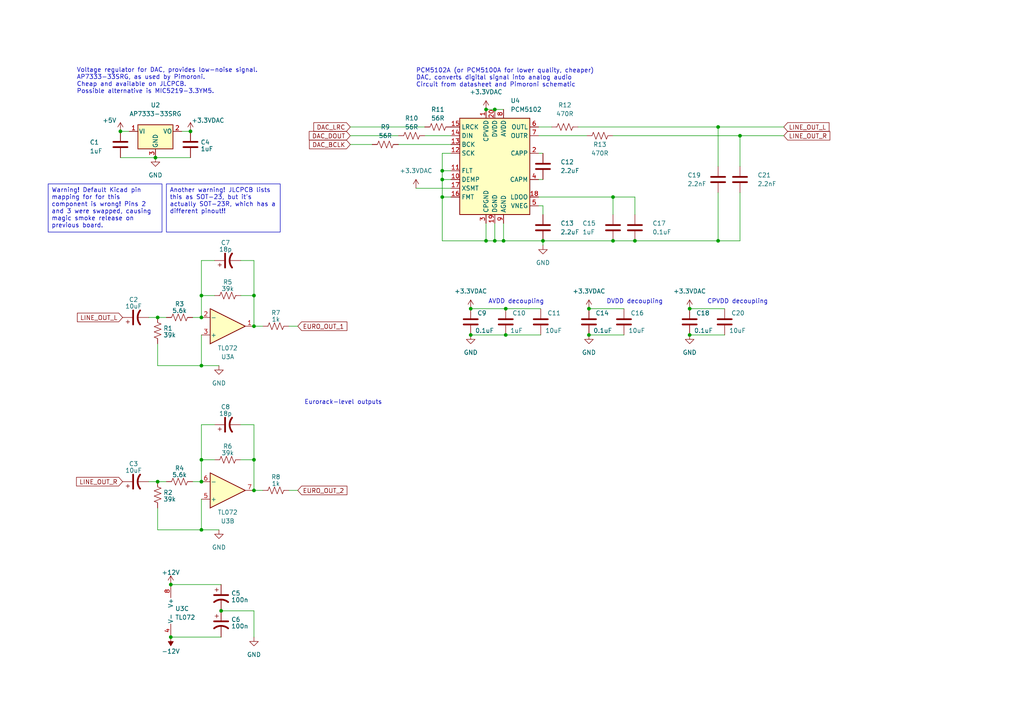
<source format=kicad_sch>
(kicad_sch (version 20230121) (generator eeschema)
  (paper "A4")
  (lib_symbols
    (symbol "Amplifier_Operational:TL072" (pin_names (offset 0.127))
      (property "Reference" "U" (at 0 5.08 0))
      (property "Value" "TL072" (at 0 -5.08 0))
      (symbol "TL072_1_1"
        (polyline (pts (xy -5.08 5.08) (xy 5.08 0) (xy -5.08 -5.08) (xy -5.08 5.08)) (stroke (width 0.254)) (fill (type background)))
        (pin output line (at 7.62 0 180) (length 2.54) (name "~") (number "1"))
        (pin input line (at -7.62 -2.54 0) (length 2.54) (name "-") (number "2"))
        (pin input line (at -7.62 2.54 0) (length 2.54) (name "+") (number "3"))
      )
      (symbol "TL072_2_1"
        (polyline (pts (xy -5.08 5.08) (xy 5.08 0) (xy -5.08 -5.08) (xy -5.08 5.08)) (stroke (width 0.254)) (fill (type background)))
        (pin input line (at -7.62 2.54 0) (length 2.54) (name "+") (number "5"))
        (pin input line (at -7.62 -2.54 0) (length 2.54) (name "-") (number "6"))
        (pin output line (at 7.62 0 180) (length 2.54) (name "~") (number "7"))
      )
      (symbol "TL072_3_1"
        (pin power_in line (at -2.54 -7.62 90) (length 3.81) (name "V-") (number "4"))
        (pin power_in line (at -2.54 7.62 270) (length 3.81) (name "V+") (number "8"))
      )
    )
    (symbol "Audio:PCM5102"
      (property "Reference" "U" (at -10.16 13.97 0))
      (property "Value" "PCM5102" (at 3.81 13.97 0))
      (symbol "PCM5102_0_1"
        (rectangle (start -10.16 12.7) (end 10.16 -15.24) (stroke (width 0.254)) (fill (type background)))
      )
      (symbol "PCM5102_1_1"
        (pin passive line (at -2.54 15.24 270) (length 2.54) (name "CPVDD") (number "1"))
        (pin input line (at -12.7 -5.08 0) (length 2.54) (name "DEMP") (number "10"))
        (pin input line (at -12.7 -2.54 0) (length 2.54) (name "FLT") (number "11"))
        (pin input line (at -12.7 2.54 0) (length 2.54) (name "SCK") (number "12"))
        (pin input line (at -12.7 5.08 0) (length 2.54) (name "BCK") (number "13"))
        (pin input line (at -12.7 7.62 0) (length 2.54) (name "DIN") (number "14"))
        (pin input line (at -12.7 10.16 0) (length 2.54) (name "LRCK") (number "15"))
        (pin input line (at -12.7 -10.16 0) (length 2.54) (name "FMT") (number "16"))
        (pin input line (at -12.7 -7.62 0) (length 2.54) (name "XSMT") (number "17"))
        (pin passive line (at 12.7 -10.16 180) (length 2.54) (name "LDOO") (number "18"))
        (pin power_in line (at 0 -17.78 90) (length 2.54) (name "DGND") (number "19"))
        (pin passive line (at 12.7 2.54 180) (length 2.54) (name "CAPP") (number "2"))
        (pin power_in line (at 0 15.24 270) (length 2.54) (name "DVDD") (number "20"))
        (pin power_in line (at -2.54 -17.78 90) (length 2.54) (name "CPGND") (number "3"))
        (pin passive line (at 12.7 -5.08 180) (length 2.54) (name "CAPM") (number "4"))
        (pin passive line (at 12.7 -12.7 180) (length 2.54) (name "VNEG") (number "5"))
        (pin output line (at 12.7 10.16 180) (length 2.54) (name "OUTL") (number "6"))
        (pin output line (at 12.7 7.62 180) (length 2.54) (name "OUTR") (number "7"))
        (pin power_in line (at 2.54 15.24 270) (length 2.54) (name "AVDD") (number "8"))
        (pin power_in line (at 2.54 -17.78 90) (length 2.54) (name "AGND") (number "9"))
      )
    )
    (symbol "Device:C" (pin_numbers hide) (pin_names (offset 0.254))
      (property "Reference" "C" (at 0.635 2.54 0))
      (property "Value" "C" (at 0.635 -2.54 0))
      (symbol "C_0_1"
        (polyline (pts (xy -2.032 -0.762) (xy 2.032 -0.762)) (stroke (width 0.508)))
        (polyline (pts (xy -2.032 0.762) (xy 2.032 0.762)) (stroke (width 0.508)))
      )
      (symbol "C_1_1"
        (pin passive line (at 0 3.81 270) (length 2.794) (name "~") (number "1"))
        (pin passive line (at 0 -3.81 90) (length 2.794) (name "~") (number "2"))
      )
    )
    (symbol "Device:C_Polarized_US" (pin_numbers hide) (pin_names (offset 0.254) hide)
      (property "Reference" "C" (at 0.635 2.54 0))
      (property "Value" "C_Polarized_US" (at 0.635 -2.54 0))
      (symbol "C_Polarized_US_0_1"
        (polyline (pts (xy -2.032 0.762) (xy 2.032 0.762)) (stroke (width 0.508)))
        (polyline (pts (xy -1.778 2.286) (xy -0.762 2.286)))
        (polyline (pts (xy -1.27 1.778) (xy -1.27 2.794)))
        (arc (start 2.032 -1.27) (mid 0 -0.5572) (end -2.032 -1.27) (stroke (width 0.508)))
      )
      (symbol "C_Polarized_US_1_1"
        (pin passive line (at 0 3.81 270) (length 2.794) (name "~") (number "1"))
        (pin passive line (at 0 -3.81 90) (length 3.302) (name "~") (number "2"))
      )
    )
    (symbol "Device:R_US" (pin_numbers hide) (pin_names (offset 0))
      (property "Reference" "R" (at 2.54 0 90))
      (property "Value" "R_US" (at -2.54 0 90))
      (symbol "R_US_0_1"
        (polyline (pts (xy 0 -2.286) (xy 0 -2.54)))
        (polyline (pts (xy 0 2.286) (xy 0 2.54)))
        (polyline (pts (xy 0 -0.762) (xy 1.016 -1.143) (xy 0 -1.524) (xy -1.016 -1.905) (xy 0 -2.286)))
        (polyline (pts (xy 0 0.762) (xy 1.016 0.381) (xy 0 0) (xy -1.016 -0.381) (xy 0 -0.762)))
        (polyline (pts (xy 0 2.286) (xy 1.016 1.905) (xy 0 1.524) (xy -1.016 1.143) (xy 0 0.762)))
      )
      (symbol "R_US_1_1"
        (pin passive line (at 0 3.81 270) (length 1.27) (name "~") (number "1"))
        (pin passive line (at 0 -3.81 90) (length 1.27) (name "~") (number "2"))
      )
    )
    (symbol "Regulator_Linear:SPX2920M3-3.3_SOT223" (pin_names (offset 0.254))
      (property "Reference" "U4" (at 0 7.62 0))
      (property "Value" "AP7333-33SRG" (at 0 5.08 0))
      (symbol "SPX2920M3-3.3_SOT223_0_1"
        (rectangle (start -5.08 -5.08) (end 5.08 1.905) (stroke (width 0.254)) (fill (type background)))
      )
      (symbol "SPX2920M3-3.3_SOT223_1_1"
        (pin power_in line (at -7.62 0 0) (length 2.54) (name "VI") (number "1"))
        (pin power_out line (at 7.62 0 180) (length 2.54) (name "VO") (number "2"))
        (pin power_in line (at 0 -7.62 90) (length 2.54) (name "GND") (number "3"))
      )
    )
    (symbol "power:+12V" (power) (pin_names (offset 0))
      (property "Value" "+12V" (at 0 3.556 0))
      (symbol "+12V_0_1"
        (polyline (pts (xy -0.762 1.27) (xy 0 2.54)))
        (polyline (pts (xy 0 0) (xy 0 2.54)))
        (polyline (pts (xy 0 2.54) (xy 0.762 1.27)))
      )
      (symbol "+12V_1_1"
        (pin power_in line (at 0 0 90) (length 0) hide (name "+12V") (number "1"))
      )
    )
    (symbol "power:+3.3VDAC" (power) (pin_names (offset 0))
      (property "Value" "+3.3VDAC" (at 0 2.54 0))
      (symbol "+3.3VDAC_0_0"
        (pin power_in line (at 0 0 90) (length 0) hide (name "+3.3VDAC") (number "1"))
      )
      (symbol "+3.3VDAC_0_1"
        (polyline (pts (xy -0.762 1.27) (xy 0 2.54)))
        (polyline (pts (xy 0 0) (xy 0 2.54)))
        (polyline (pts (xy 0 2.54) (xy 0.762 1.27)))
      )
    )
    (symbol "power:+5V" (power) (pin_names (offset 0))
      (property "Value" "+5V" (at 0 3.556 0))
      (symbol "+5V_0_1"
        (polyline (pts (xy -0.762 1.27) (xy 0 2.54)))
        (polyline (pts (xy 0 0) (xy 0 2.54)))
        (polyline (pts (xy 0 2.54) (xy 0.762 1.27)))
      )
      (symbol "+5V_1_1"
        (pin power_in line (at 0 0 90) (length 0) hide (name "+5V") (number "1"))
      )
    )
    (symbol "power:-12V" (power) (pin_names (offset 0))
      (property "Value" "-12V" (at 0 3.81 0))
      (symbol "-12V_0_0"
        (pin power_in line (at 0 0 90) (length 0) hide (name "-12V") (number "1"))
      )
      (symbol "-12V_0_1"
        (polyline (pts (xy 0 0) (xy 0 1.27) (xy 0.762 1.27) (xy 0 2.54) (xy -0.762 1.27) (xy 0 1.27)) (fill (type outline)))
      )
    )
    (symbol "power:GND" (power) (pin_names (offset 0))
      (property "Value" "GND" (at 0 -3.81 0))
      (symbol "GND_0_1"
        (polyline (pts (xy 0 0) (xy 0 -1.27) (xy 1.27 -1.27) (xy 0 -2.54) (xy -1.27 -1.27) (xy 0 -1.27)))
      )
      (symbol "GND_1_1"
        (pin power_in line (at 0 0 270) (length 0) hide (name "GND") (number "1"))
      )
    )
  )
  (junction (at 146.685 89.535))
  (junction (at 208.28 69.85))
  (junction (at 140.97 31.75))
  (junction (at 208.28 36.83))
  (junction (at 34.925 38.1))
  (junction (at 136.525 97.155))
  (junction (at 73.66 142.24))
  (junction (at 200.025 89.535))
  (junction (at 136.525 89.535))
  (junction (at 73.66 85.725))
  (junction (at 128.27 49.53))
  (junction (at 128.27 52.07))
  (junction (at 170.815 97.155))
  (junction (at 170.815 89.535))
  (junction (at 128.27 57.15))
  (junction (at 177.8 57.15))
  (junction (at 58.42 106.045))
  (junction (at 214.63 39.37))
  (junction (at 140.97 69.85))
  (junction (at 49.53 169.545))
  (junction (at 200.025 97.155))
  (junction (at 184.15 69.85))
  (junction (at 146.05 69.85))
  (junction (at 58.42 133.35))
  (junction (at 58.42 139.7))
  (junction (at 157.48 69.85))
  (junction (at 45.085 45.72))
  (junction (at 73.66 94.615))
  (junction (at 177.8 69.85))
  (junction (at 45.72 139.7))
  (junction (at 58.42 85.725))
  (junction (at 55.245 38.1))
  (junction (at 58.42 92.075))
  (junction (at 143.51 69.85))
  (junction (at 64.135 177.165))
  (junction (at 45.72 92.075))
  (junction (at 49.53 184.785))
  (junction (at 58.42 153.67))
  (junction (at 143.51 31.75))
  (junction (at 73.66 133.35))
  (junction (at 146.685 97.155))
  (wire (pts (xy 177.8 57.15) (xy 184.15 57.15)))
  (wire (pts (xy 200.025 97.155) (xy 210.185 97.155)))
  (wire (pts (xy 58.42 133.35) (xy 58.42 123.19)))
  (wire (pts (xy 69.85 123.19) (xy 73.66 123.19)))
  (wire (pts (xy 58.42 97.155) (xy 58.42 106.045)))
  (wire (pts (xy 115.57 41.91) (xy 130.81 41.91)))
  (wire (pts (xy 45.72 153.67) (xy 58.42 153.67)))
  (wire (pts (xy 58.42 92.075) (xy 58.42 85.725)))
  (wire (pts (xy 73.66 142.24) (xy 76.2 142.24)))
  (wire (pts (xy 143.51 69.85) (xy 146.05 69.85)))
  (wire (pts (xy 170.815 97.155) (xy 180.975 97.155)))
  (wire (pts (xy 128.27 49.53) (xy 128.27 52.07)))
  (wire (pts (xy 73.66 94.615) (xy 76.2 94.615)))
  (wire (pts (xy 136.525 97.155) (xy 146.685 97.155)))
  (wire (pts (xy 200.025 89.535) (xy 210.185 89.535)))
  (wire (pts (xy 58.42 133.35) (xy 62.23 133.35)))
  (wire (pts (xy 214.63 39.37) (xy 227.33 39.37)))
  (wire (pts (xy 101.6 39.37) (xy 115.57 39.37)))
  (wire (pts (xy 157.48 69.85) (xy 157.48 71.12)))
  (wire (pts (xy 208.28 69.85) (xy 214.63 69.85)))
  (wire (pts (xy 156.21 36.83) (xy 160.02 36.83)))
  (wire (pts (xy 73.66 133.35) (xy 73.66 142.24)))
  (wire (pts (xy 34.925 38.1) (xy 37.465 38.1)))
  (wire (pts (xy 184.15 69.85) (xy 208.28 69.85)))
  (wire (pts (xy 146.685 89.535) (xy 156.845 89.535)))
  (wire (pts (xy 128.27 69.85) (xy 140.97 69.85)))
  (wire (pts (xy 69.85 85.725) (xy 73.66 85.725)))
  (wire (pts (xy 58.42 144.78) (xy 58.42 153.67)))
  (wire (pts (xy 73.66 123.19) (xy 73.66 133.35)))
  (wire (pts (xy 45.72 92.075) (xy 48.26 92.075)))
  (wire (pts (xy 49.53 184.785) (xy 64.135 184.785)))
  (wire (pts (xy 45.72 106.045) (xy 58.42 106.045)))
  (wire (pts (xy 83.82 142.24) (xy 86.36 142.24)))
  (wire (pts (xy 156.21 52.07) (xy 157.48 52.07)))
  (wire (pts (xy 58.42 85.725) (xy 62.23 85.725)))
  (wire (pts (xy 58.42 123.19) (xy 62.23 123.19)))
  (wire (pts (xy 58.42 106.045) (xy 63.5 106.045)))
  (wire (pts (xy 73.66 85.725) (xy 73.66 94.615)))
  (wire (pts (xy 69.85 133.35) (xy 73.66 133.35)))
  (wire (pts (xy 73.66 177.165) (xy 73.66 184.785)))
  (wire (pts (xy 177.8 39.37) (xy 214.63 39.37)))
  (wire (pts (xy 167.64 36.83) (xy 208.28 36.83)))
  (wire (pts (xy 128.27 49.53) (xy 130.81 49.53)))
  (wire (pts (xy 128.27 52.07) (xy 128.27 57.15)))
  (wire (pts (xy 73.66 75.565) (xy 73.66 85.725)))
  (wire (pts (xy 143.51 64.77) (xy 143.51 69.85)))
  (wire (pts (xy 64.135 177.165) (xy 73.66 177.165)))
  (wire (pts (xy 34.925 45.72) (xy 45.085 45.72)))
  (wire (pts (xy 101.6 36.83) (xy 123.19 36.83)))
  (wire (pts (xy 49.53 169.545) (xy 64.135 169.545)))
  (wire (pts (xy 208.28 36.83) (xy 227.33 36.83)))
  (wire (pts (xy 45.085 45.72) (xy 55.245 45.72)))
  (wire (pts (xy 128.27 44.45) (xy 128.27 49.53)))
  (wire (pts (xy 170.815 89.535) (xy 180.975 89.535)))
  (wire (pts (xy 184.15 57.15) (xy 184.15 62.23)))
  (wire (pts (xy 140.97 64.77) (xy 140.97 69.85)))
  (wire (pts (xy 43.18 139.7) (xy 45.72 139.7)))
  (wire (pts (xy 143.51 31.75) (xy 146.05 31.75)))
  (wire (pts (xy 146.05 69.85) (xy 157.48 69.85)))
  (wire (pts (xy 156.21 44.45) (xy 157.48 44.45)))
  (wire (pts (xy 128.27 57.15) (xy 130.81 57.15)))
  (wire (pts (xy 208.28 55.88) (xy 208.28 69.85)))
  (wire (pts (xy 156.21 39.37) (xy 170.18 39.37)))
  (wire (pts (xy 120.65 54.61) (xy 130.81 54.61)))
  (wire (pts (xy 83.82 94.615) (xy 86.36 94.615)))
  (wire (pts (xy 140.97 69.85) (xy 143.51 69.85)))
  (wire (pts (xy 157.48 59.69) (xy 157.48 62.23)))
  (wire (pts (xy 128.27 52.07) (xy 130.81 52.07)))
  (wire (pts (xy 55.88 139.7) (xy 58.42 139.7)))
  (wire (pts (xy 156.21 59.69) (xy 157.48 59.69)))
  (wire (pts (xy 55.88 92.075) (xy 58.42 92.075)))
  (wire (pts (xy 156.21 57.15) (xy 177.8 57.15)))
  (wire (pts (xy 136.525 89.535) (xy 146.685 89.535)))
  (wire (pts (xy 208.28 36.83) (xy 208.28 48.26)))
  (wire (pts (xy 58.42 139.7) (xy 58.42 133.35)))
  (wire (pts (xy 130.81 44.45) (xy 128.27 44.45)))
  (wire (pts (xy 58.42 75.565) (xy 62.23 75.565)))
  (wire (pts (xy 128.27 57.15) (xy 128.27 69.85)))
  (wire (pts (xy 69.85 75.565) (xy 73.66 75.565)))
  (wire (pts (xy 58.42 153.67) (xy 63.5 153.67)))
  (wire (pts (xy 214.63 69.85) (xy 214.63 55.88)))
  (wire (pts (xy 140.97 31.75) (xy 143.51 31.75)))
  (wire (pts (xy 52.705 38.1) (xy 55.245 38.1)))
  (wire (pts (xy 146.685 97.155) (xy 156.845 97.155)))
  (wire (pts (xy 214.63 39.37) (xy 214.63 48.26)))
  (wire (pts (xy 177.8 57.15) (xy 177.8 62.23)))
  (wire (pts (xy 146.05 64.77) (xy 146.05 69.85)))
  (wire (pts (xy 157.48 69.85) (xy 177.8 69.85)))
  (wire (pts (xy 58.42 85.725) (xy 58.42 75.565)))
  (wire (pts (xy 43.18 92.075) (xy 45.72 92.075)))
  (wire (pts (xy 177.8 69.85) (xy 184.15 69.85)))
  (wire (pts (xy 45.72 139.7) (xy 48.26 139.7)))
  (wire (pts (xy 45.72 147.32) (xy 45.72 153.67)))
  (wire (pts (xy 101.6 41.91) (xy 107.95 41.91)))
  (wire (pts (xy 45.72 99.695) (xy 45.72 106.045)))
  (wire (pts (xy 123.19 39.37) (xy 130.81 39.37)))
  (text_box "Another warning! JLCPCB lists this as SOT-23, but it's actually SOT-23R, which has a different pinout!!" (at 48.26 53.34 0) (size 33.02 13.97) (effects (font (size 1.27 1.27)) (justify left top)))
  (text_box "Warning! Default Kicad pin mapping for for this component is wrong! Pins 2 and 3 were swapped, causing magic smoke release on previous board." (at 13.97 53.34 0) (size 33.02 13.97) (effects (font (size 1.27 1.27)) (justify left top)))
  (text "AVDD decoupling" (at 141.605 88.265 0) (effects (font (size 1.27 1.27)) (justify left bottom)))
  (text "PCM5102A (or PCM5100A for lower quality, cheaper)\nDAC, converts digital signal into analog audio\nCircuit from datasheet and Pimoroni schematic" (at 120.65 25.4 0) (effects (font (size 1.27 1.27)) (justify left bottom)))
  (text "CPVDD decoupling" (at 205.105 88.265 0) (effects (font (size 1.27 1.27)) (justify left bottom)))
  (text "Voltage regulator for DAC, provides low-noise signal.\nAP7333-33SRG, as used by Pimoroni.\nCheap and available on JLCPCB.\nPossible alternative is MIC5219-3.3YM5." (at 22.225 27.305 0) (effects (font (size 1.27 1.27)) (justify left bottom)))
  (text "DVDD decoupling" (at 175.895 88.265 0) (effects (font (size 1.27 1.27)) (justify left bottom)))
  (text "Eurorack-level outputs" (at 88.265 117.475 0) (effects (font (size 1.27 1.27)) (justify left bottom)))
  (global_label "LINE_OUT_L" (shape input) (at 227.33 36.83 0) (property "Intersheetrefs" "${INTERSHEET_REFS}" (effects hide)))
  (global_label "LINE_OUT_R" (shape input) (at 35.56 139.7 180) (property "Intersheetrefs" "${INTERSHEET_REFS}" (effects hide)))
  (global_label "DAC_DOUT" (shape input) (at 101.6 39.37 180) (property "Intersheetrefs" "${INTERSHEET_REFS}" (effects hide)))
  (global_label "DAC_BCLK" (shape input) (at 101.6 41.91 180) (property "Intersheetrefs" "${INTERSHEET_REFS}" (effects hide)))
  (global_label "DAC_LRC" (shape input) (at 101.6 36.83 180) (property "Intersheetrefs" "${INTERSHEET_REFS}" (effects hide)))
  (global_label "EURO_OUT_1" (shape input) (at 86.36 94.615 0) (property "Intersheetrefs" "${INTERSHEET_REFS}" (effects hide)))
  (global_label "LINE_OUT_L" (shape input) (at 35.56 92.075 180) (property "Intersheetrefs" "${INTERSHEET_REFS}" (effects hide)))
  (global_label "LINE_OUT_R" (shape input) (at 227.33 39.37 0) (property "Intersheetrefs" "${INTERSHEET_REFS}" (effects hide)))
  (global_label "EURO_OUT_2" (shape input) (at 86.36 142.24 0) (property "Intersheetrefs" "${INTERSHEET_REFS}" (effects hide)))
  (symbol (lib_id "Device:R_US") (at 45.72 143.51 0) (unit 1)
    (property "Reference" "R2" (at 47.371 142.8663 0) (effects (justify left)))
    (property "Value" "39k" (at 47.371 144.7873 0) (effects (justify left)))
    (property "Footprint" "Resistor_SMD:R_0603_1608Metric" (effects hide))
  )
  (symbol (lib_id "Device:C") (at 146.685 93.345 0) (unit 1)
    (property "Reference" "C10" (at 148.59 90.805 0) (effects (justify left)))
    (property "Value" "1uF" (at 147.955 95.885 0) (effects (justify left)))
    (property "Footprint" "Capacitor_SMD:C_0603_1608Metric" (effects hide))
  )
  (symbol (lib_id "Device:R_US") (at 52.07 139.7 90) (unit 1)
    (property "Reference" "R4" (at 52.07 135.8011 90))
    (property "Value" "5.6k" (at 52.07 137.7221 90))
    (property "Footprint" "Resistor_SMD:R_0603_1608Metric" (effects hide))
  )
  (symbol (lib_id "Device:C") (at 180.975 93.345 0) (unit 1)
    (property "Reference" "C16" (at 182.88 90.805 0) (effects (justify left)))
    (property "Value" "10uF" (at 182.245 95.885 0) (effects (justify left)))
    (property "Footprint" "Capacitor_SMD:C_0603_1608Metric" (effects hide))
  )
  (symbol (lib_id "Device:C_Polarized_US") (at 64.135 173.355 0) (unit 1)
    (property "Reference" "C5" (at 67.056 172.0763 0) (effects (justify left)))
    (property "Value" "100n" (at 67.056 173.9973 0) (effects (justify left)))
    (property "Footprint" "Capacitor_SMD:C_0603_1608Metric" (effects hide))
  )
  (symbol (lib_id "Device:C") (at 55.245 41.91 0) (unit 1)
    (property "Reference" "C4" (at 58.166 41.2663 0) (effects (justify left)))
    (property "Value" "1uF" (at 58.166 43.1873 0) (effects (justify left)))
    (property "Footprint" "Capacitor_SMD:C_0603_1608Metric" (effects hide))
  )
  (symbol (lib_id "power:GND") (at 45.085 45.72 0) (unit 1)
    (property "Reference" "#PWR013" (effects hide))
    (property "Value" "GND" (at 45.085 50.8 0))
  )
  (symbol (lib_id "power:+5V") (at 34.925 38.1 0) (unit 1)
    (property "Reference" "#PWR012" (effects hide))
    (property "Value" "+5V" (at 31.75 34.925 0))
  )
  (symbol (lib_id "Audio:PCM5102") (at 143.51 46.99 0) (unit 1)
    (property "Reference" "U4" (at 148.0694 29.21 0) (effects (justify left)))
    (property "Value" "PCM5102" (at 148.0694 31.75 0) (effects (justify left)))
    (property "Footprint" "Package_SO:TSSOP-20_4.4x6.5mm_P0.65mm" (effects hide))
    (property "Datasheet" "http://www.ti.com/lit/ds/symlink/pcm5102.pdf" (effects hide))
  )
  (symbol (lib_id "Device:C") (at 177.8 66.04 0) (unit 1)
    (property "Reference" "C15" (at 168.91 64.77 0) (effects (justify left)))
    (property "Value" "1uF" (at 168.91 67.31 0) (effects (justify left)))
    (property "Footprint" "Capacitor_SMD:C_0603_1608Metric" (effects hide))
  )
  (symbol (lib_id "power:+12V") (at 49.53 169.545 0) (unit 1)
    (property "Reference" "#PWR014" (effects hide))
    (property "Value" "+12V" (at 49.53 166.0431 0))
  )
  (symbol (lib_id "Device:C") (at 156.845 93.345 0) (unit 1)
    (property "Reference" "C11" (at 158.75 90.805 0) (effects (justify left)))
    (property "Value" "10uF" (at 158.115 95.885 0) (effects (justify left)))
    (property "Footprint" "Capacitor_SMD:C_0603_1608Metric" (effects hide))
  )
  (symbol (lib_id "power:GND") (at 170.815 97.155 0) (unit 1)
    (property "Reference" "#PWR026" (effects hide))
    (property "Value" "GND" (at 170.815 102.235 0))
  )
  (symbol (lib_id "power:GND") (at 200.025 97.155 0) (unit 1)
    (property "Reference" "#PWR028" (effects hide))
    (property "Value" "GND" (at 200.025 102.235 0))
  )
  (symbol (lib_id "power:+3.3VDAC") (at 200.025 89.535 0) (unit 1)
    (property "Reference" "#PWR027" (effects hide))
    (property "Value" "+3.3VDAC" (at 200.025 84.455 0))
  )
  (symbol (lib_id "Device:C") (at 214.63 52.07 0) (unit 1)
    (property "Reference" "C21" (at 219.71 50.7999 0) (effects (justify left)))
    (property "Value" "2.2nF" (at 219.71 53.3399 0) (effects (justify left)))
    (property "Footprint" "Capacitor_SMD:C_0603_1608Metric" (effects hide))
  )
  (symbol (lib_id "Amplifier_Operational:TL072") (at 52.07 177.165 0) (unit 3)
    (property "Reference" "U3" (at 50.8 176.53 0) (effects (justify left)))
    (property "Value" "TL072" (at 50.8 179.07 0) (effects (justify left)))
    (property "Footprint" "Package_SO:SOIC-8_3.9x4.9mm_P1.27mm" (effects hide))
    (property "Datasheet" "http://www.ti.com/lit/ds/symlink/tl071.pdf" (effects hide))
  )
  (symbol (lib_id "Device:R_US") (at 80.01 94.615 90) (unit 1)
    (property "Reference" "R7" (at 80.01 90.7161 90))
    (property "Value" "1k" (at 80.01 92.6371 90))
    (property "Footprint" "Resistor_SMD:R_0603_1608Metric" (effects hide))
  )
  (symbol (lib_id "Device:C") (at 157.48 48.26 0) (unit 1)
    (property "Reference" "C12" (at 162.56 46.9899 0) (effects (justify left)))
    (property "Value" "2.2uF" (at 162.56 49.5299 0) (effects (justify left)))
    (property "Footprint" "Capacitor_SMD:C_0603_1608Metric" (effects hide))
  )
  (symbol (lib_id "Device:R_US") (at 52.07 92.075 90) (unit 1)
    (property "Reference" "R3" (at 52.07 88.1761 90))
    (property "Value" "5.6k" (at 52.07 90.0971 90))
    (property "Footprint" "Resistor_SMD:R_0603_1608Metric" (effects hide))
  )
  (symbol (lib_id "power:+3.3VDAC") (at 120.65 54.61 0) (unit 1)
    (property "Reference" "#PWR020" (effects hide))
    (property "Value" "+3.3VDAC" (at 120.65 49.53 0))
  )
  (symbol (lib_id "Device:C_Polarized_US") (at 39.37 139.7 90) (unit 1)
    (property "Reference" "C3" (at 38.735 134.5311 90))
    (property "Value" "10uF" (at 38.735 136.4521 90))
    (property "Footprint" "Capacitor_SMD:C_0603_1608Metric" (effects hide))
  )
  (symbol (lib_id "power:+3.3VDAC") (at 55.245 38.1 0) (unit 1)
    (property "Reference" "#PWR016" (effects hide))
    (property "Value" "+3.3VDAC" (at 60.325 34.925 0))
  )
  (symbol (lib_id "Device:C") (at 210.185 93.345 0) (unit 1)
    (property "Reference" "C20" (at 212.09 90.805 0) (effects (justify left)))
    (property "Value" "10uF" (at 211.455 95.885 0) (effects (justify left)))
    (property "Footprint" "Capacitor_SMD:C_0603_1608Metric" (effects hide))
  )
  (symbol (lib_id "Device:C") (at 200.025 93.345 0) (unit 1)
    (property "Reference" "C18" (at 201.93 90.805 0) (effects (justify left)))
    (property "Value" "0.1uF" (at 201.295 95.885 0) (effects (justify left)))
    (property "Footprint" "Capacitor_SMD:C_0603_1608Metric" (effects hide))
  )
  (symbol (lib_id "power:+3.3VDAC") (at 140.97 31.75 0) (unit 1)
    (property "Reference" "#PWR023" (effects hide))
    (property "Value" "+3.3VDAC" (at 140.97 26.67 0))
  )
  (symbol (lib_id "power:-12V") (at 49.53 184.785 180) (unit 1)
    (property "Reference" "#PWR015" (effects hide))
    (property "Value" "-12V" (at 49.53 188.9205 0))
  )
  (symbol (lib_id "Device:C") (at 34.925 41.91 0) (unit 1)
    (property "Reference" "C1" (at 26.035 41.275 0) (effects (justify left)))
    (property "Value" "1uF" (at 26.035 43.815 0) (effects (justify left)))
    (property "Footprint" "Capacitor_SMD:C_0603_1608Metric" (effects hide))
  )
  (symbol (lib_id "Amplifier_Operational:TL072") (at 66.04 142.24 0) (mirror x) (unit 2)
    (property "Reference" "U3" (at 66.04 151.13 0))
    (property "Value" "TL072" (at 66.04 148.59 0))
    (property "Footprint" "Package_SO:SOIC-8_3.9x4.9mm_P1.27mm" (effects hide))
    (property "Datasheet" "http://www.ti.com/lit/ds/symlink/tl071.pdf" (effects hide))
  )
  (symbol (lib_id "Device:R_US") (at 80.01 142.24 90) (unit 1)
    (property "Reference" "R8" (at 80.01 138.3411 90))
    (property "Value" "1k" (at 80.01 140.2621 90))
    (property "Footprint" "Resistor_SMD:R_0603_1608Metric" (effects hide))
  )
  (symbol (lib_id "Device:R_US") (at 173.99 39.37 90) (unit 1)
    (property "Reference" "R13" (at 173.99 41.91 90))
    (property "Value" "470R" (at 173.99 44.45 90))
    (property "Footprint" "Resistor_SMD:R_0603_1608Metric" (effects hide))
  )
  (symbol (lib_id "power:GND") (at 73.66 184.785 0) (unit 1)
    (property "Reference" "#PWR019" (effects hide))
    (property "Value" "GND" (at 73.66 189.865 0))
  )
  (symbol (lib_id "Device:C_Polarized_US") (at 39.37 92.075 90) (unit 1)
    (property "Reference" "C2" (at 38.735 86.9061 90))
    (property "Value" "10uF" (at 38.735 88.8271 90))
    (property "Footprint" "Capacitor_SMD:C_0603_1608Metric" (effects hide))
  )
  (symbol (lib_id "power:GND") (at 63.5 106.045 0) (unit 1)
    (property "Reference" "#PWR017" (effects hide))
    (property "Value" "GND" (at 63.5 111.125 0))
  )
  (symbol (lib_id "Device:C_Polarized_US") (at 66.04 75.565 90) (unit 1)
    (property "Reference" "C7" (at 65.405 70.3961 90))
    (property "Value" "18p" (at 65.405 72.3171 90))
    (property "Footprint" "Capacitor_SMD:C_0603_1608Metric" (effects hide))
  )
  (symbol (lib_id "Device:C_Polarized_US") (at 64.135 180.975 0) (unit 1)
    (property "Reference" "C6" (at 67.056 179.6963 0) (effects (justify left)))
    (property "Value" "100n" (at 67.056 181.6173 0) (effects (justify left)))
    (property "Footprint" "Capacitor_SMD:C_0603_1608Metric" (effects hide))
  )
  (symbol (lib_id "power:+3.3VDAC") (at 136.525 89.535 0) (unit 1)
    (property "Reference" "#PWR021" (effects hide))
    (property "Value" "+3.3VDAC" (at 136.525 84.455 0))
  )
  (symbol (lib_id "Device:R_US") (at 163.83 36.83 90) (unit 1)
    (property "Reference" "R12" (at 163.83 30.48 90))
    (property "Value" "470R" (at 163.83 33.02 90))
    (property "Footprint" "Resistor_SMD:R_0603_1608Metric" (effects hide))
  )
  (symbol (lib_id "power:GND") (at 63.5 153.67 0) (unit 1)
    (property "Reference" "#PWR018" (effects hide))
    (property "Value" "GND" (at 63.5 158.75 0))
  )
  (symbol (lib_id "Device:R_US") (at 119.38 39.37 90) (unit 1)
    (property "Reference" "R10" (at 119.38 34.29 90))
    (property "Value" "56R" (at 119.38 36.83 90))
    (property "Footprint" "Resistor_SMD:R_0603_1608Metric" (effects hide))
  )
  (symbol (lib_id "Device:R_US") (at 66.04 133.35 90) (unit 1)
    (property "Reference" "R6" (at 66.04 129.4511 90))
    (property "Value" "39k" (at 66.04 131.3721 90))
    (property "Footprint" "Resistor_SMD:R_0603_1608Metric" (effects hide))
  )
  (symbol (lib_id "power:GND") (at 157.48 71.12 0) (unit 1)
    (property "Reference" "#PWR024" (effects hide))
    (property "Value" "GND" (at 157.48 76.2 0))
  )
  (symbol (lib_id "Device:C") (at 170.815 93.345 0) (unit 1)
    (property "Reference" "C14" (at 172.72 90.805 0) (effects (justify left)))
    (property "Value" "0.1uF" (at 172.085 95.885 0) (effects (justify left)))
    (property "Footprint" "Capacitor_SMD:C_0603_1608Metric" (effects hide))
  )
  (symbol (lib_id "Device:R_US") (at 127 36.83 90) (unit 1)
    (property "Reference" "R11" (at 127 31.75 90))
    (property "Value" "56R" (at 127 34.29 90))
    (property "Footprint" "Resistor_SMD:R_0603_1608Metric" (effects hide))
  )
  (symbol (lib_id "Device:C") (at 184.15 66.04 0) (unit 1)
    (property "Reference" "C17" (at 189.23 64.7699 0) (effects (justify left)))
    (property "Value" "0.1uF" (at 189.23 67.3099 0) (effects (justify left)))
    (property "Footprint" "Capacitor_SMD:C_0603_1608Metric" (effects hide))
  )
  (symbol (lib_id "Device:C") (at 208.28 52.07 0) (unit 1)
    (property "Reference" "C19" (at 199.39 50.8 0) (effects (justify left)))
    (property "Value" "2.2nF" (at 199.39 53.34 0) (effects (justify left)))
    (property "Footprint" "Capacitor_SMD:C_0603_1608Metric" (effects hide))
  )
  (symbol (lib_id "Regulator_Linear:SPX2920M3-3.3_SOT223") (at 45.085 38.1 0) (unit 1)
    (property "Reference" "U2" (at 45.085 30.48 0))
    (property "Value" "AP7333-33SRG" (at 45.085 33.02 0))
    (property "Footprint" "Package_TO_SOT_SMD:SOT-23" (effects hide))
    (property "Datasheet" "http://www.zlgmcu.com/Sipex/LDO/PDF/spx2920.pdf" (effects hide))
  )
  (symbol (lib_id "Device:R_US") (at 111.76 41.91 90) (unit 1)
    (property "Reference" "R9" (at 111.76 36.83 90))
    (property "Value" "56R" (at 111.76 39.37 90))
    (property "Footprint" "Resistor_SMD:R_0603_1608Metric" (effects hide))
  )
  (symbol (lib_id "Device:C") (at 157.48 66.04 0) (unit 1)
    (property "Reference" "C13" (at 162.56 64.7699 0) (effects (justify left)))
    (property "Value" "2.2uF" (at 162.56 67.3099 0) (effects (justify left)))
    (property "Footprint" "Capacitor_SMD:C_0603_1608Metric" (effects hide))
  )
  (symbol (lib_id "Device:C") (at 136.525 93.345 0) (unit 1)
    (property "Reference" "C9" (at 138.43 90.805 0) (effects (justify left)))
    (property "Value" "0.1uF" (at 137.795 95.885 0) (effects (justify left)))
    (property "Footprint" "Capacitor_SMD:C_0603_1608Metric" (effects hide))
  )
  (symbol (lib_id "Amplifier_Operational:TL072") (at 66.04 94.615 0) (mirror x) (unit 1)
    (property "Reference" "U3" (at 66.04 103.505 0))
    (property "Value" "TL072" (at 66.04 100.965 0))
    (property "Footprint" "Package_SO:SOIC-8_3.9x4.9mm_P1.27mm" (effects hide))
    (property "Datasheet" "http://www.ti.com/lit/ds/symlink/tl071.pdf" (effects hide))
  )
  (symbol (lib_id "power:GND") (at 136.525 97.155 0) (unit 1)
    (property "Reference" "#PWR022" (effects hide))
    (property "Value" "GND" (at 136.525 102.235 0))
  )
  (symbol (lib_id "Device:R_US") (at 66.04 85.725 90) (unit 1)
    (property "Reference" "R5" (at 66.04 81.8261 90))
    (property "Value" "39k" (at 66.04 83.7471 90))
    (property "Footprint" "Resistor_SMD:R_0603_1608Metric" (effects hide))
  )
  (symbol (lib_id "Device:R_US") (at 45.72 95.885 0) (unit 1)
    (property "Reference" "R1" (at 47.371 95.2413 0) (effects (justify left)))
    (property "Value" "39k" (at 47.371 97.1623 0) (effects (justify left)))
    (property "Footprint" "Resistor_SMD:R_0603_1608Metric" (effects hide))
  )
  (symbol (lib_id "Device:C_Polarized_US") (at 66.04 123.19 90) (unit 1)
    (property "Reference" "C8" (at 65.405 118.0211 90))
    (property "Value" "18p" (at 65.405 119.9421 90))
    (property "Footprint" "Capacitor_SMD:C_0603_1608Metric" (effects hide))
  )
  (symbol (lib_id "power:+3.3VDAC") (at 170.815 89.535 0) (unit 1)
    (property "Reference" "#PWR025" (effects hide))
    (property "Value" "+3.3VDAC" (at 170.815 84.455 0))
  )
)
</source>
